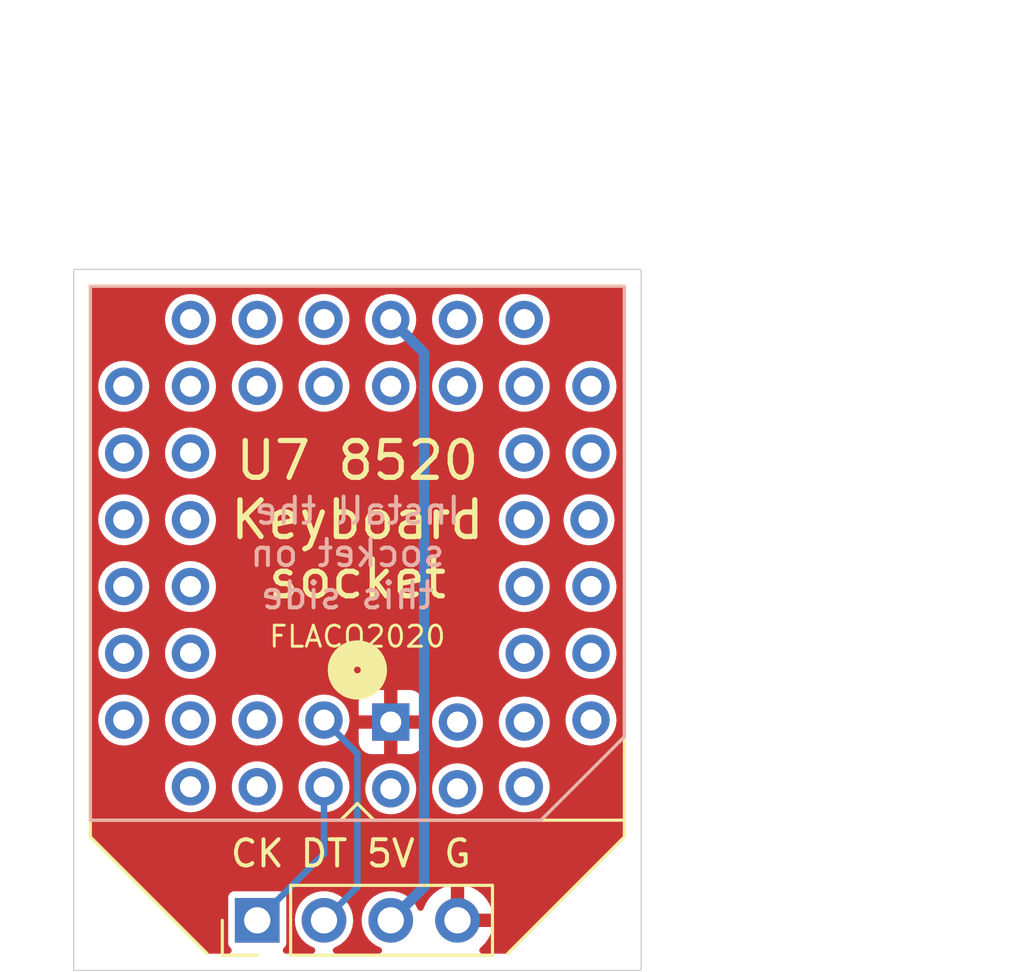
<source format=kicad_pcb>
(kicad_pcb (version 20211014) (generator pcbnew)
  (title_block (title "A600-1200KeyboardSocket") (company "FLACO 2020, licence of this PCB is CC-BY-NC-SA"))
  (layers (0 "F.Cu" signal) (31 "B.Cu" signal) (34 "B.Paste" user) (35 "F.Paste" user) (36 "B.SilkS" user "B.Silkscreen") (37 "F.SilkS" user "F.Silkscreen") (38 "B.Mask" user) (39 "F.Mask" user) (44 "Edge.Cuts" user))
  (net 0 "")
  (net 1 "GND")
  (net 2 "+5V")
  (net 3 "/KB_DATA")
  (net 4 "/KB_CLOCK")
  (footprint "Connector_PinHeader_2.54mm:PinHeader_1x04_P2.54mm_Vertical" (layer "F.Cu") (at 139.7 104.14 90)
    (fp_text reference "J1" hide)
    (fp_text value "KBD")
    (fp_line (start -1.33 1.27) (end 1.33 1.27) (layer "F.SilkS") (width 0.12))
    (fp_line (start -1.33 8.95) (end 1.33 8.95) (layer "F.SilkS") (width 0.12))
    (fp_line (start -1.33 -1.33) (end 0 -1.33) (layer "F.SilkS") (width 0.12))
    (fp_line (start -1.33 0) (end -1.33 -1.33) (layer "F.SilkS") (width 0.12))
    (fp_line (start -1.33 1.27) (end -1.33 8.95) (layer "F.SilkS") (width 0.12))
    (fp_line (start 1.33 1.27) (end 1.33 8.95) (layer "F.SilkS") (width 0.12))
    (pad "1" thru_hole rect (at 0 0 90) (size 1.7 1.7) (drill 1) (layers *.Cu *.Mask) (net 4 "/KB_CLOCK"))
    (pad "2" thru_hole oval (at 0 2.54 90) (size 1.7 1.7) (drill 1) (layers *.Cu *.Mask) (net 3 "/KB_DATA"))
    (pad "3" thru_hole oval (at 0 5.08 90) (size 1.7 1.7) (drill 1) (layers *.Cu *.Mask) (net 2 "+5V"))
    (pad "4" thru_hole oval (at 0 7.62 90) (size 1.7 1.7) (drill 1) (layers *.Cu *.Mask) (net 1 "GND"))
  )
  (footprint "Sassa:PLCC-44_THT-SocketOnTop" (layer "B.Cu") (at 149.86 88.9 90)
    (fp_text reference "J2" hide)
    (fp_text value "PLCC-44_Socket-on-top")
    (pad "1" thru_hole rect (at -7.6962 -5.08 90) (size 1.4224 1.4224) (drill 0.8) (layers *.Cu *.Mask) (net 1 "GND"))
    (pad "2" thru_hole circle (at -10.2362 -5.08 90) (size 1.4224 1.4224) (drill 0.8) (layers *.Cu *.Mask))
    (pad "3" thru_hole circle (at -7.6962 -2.54 90) (size 1.4224 1.4224) (drill 0.8) (layers *.Cu *.Mask))
    (pad "4" thru_hole circle (at -10.2362 -2.54 90) (size 1.4224 1.4224) (drill 0.8) (layers *.Cu *.Mask))
    (pad "5" thru_hole circle (at -7.6962 0 90) (size 1.4224 1.4224) (drill 0.8) (layers *.Cu *.Mask))
    (pad "6" thru_hole circle (at -10.16 0 90) (size 1.4224 1.4224) (drill 0.8) (layers *.Cu *.Mask))
    (pad "7" thru_hole circle (at -7.62 2.54 90) (size 1.4224 1.4224) (drill 0.8) (layers *.Cu *.Mask))
    (pad "8" thru_hole circle (at -5.08 0 90) (size 1.4224 1.4224) (drill 0.8) (layers *.Cu *.Mask))
    (pad "9" thru_hole circle (at -5.08 2.54 90) (size 1.4224 1.4224) (drill 0.8) (layers *.Cu *.Mask))
    (pad "10" thru_hole circle (at -2.54 0 90) (size 1.4224 1.4224) (drill 0.8) (layers *.Cu *.Mask))
    (pad "11" thru_hole circle (at -2.54 2.54 90) (size 1.4224 1.4224) (drill 0.8) (layers *.Cu *.Mask))
    (pad "12" thru_hole circle (at 0 0 90) (size 1.4224 1.4224) (drill 0.8) (layers *.Cu *.Mask))
    (pad "13" thru_hole circle (at 0 2.4638 90) (size 1.4224 1.4224) (drill 0.8) (layers *.Cu *.Mask))
    (pad "14" thru_hole circle (at 2.54 0 90) (size 1.4224 1.4224) (drill 0.8) (layers *.Cu *.Mask))
    (pad "15" thru_hole circle (at 2.54 2.54 90) (size 1.4224 1.4224) (drill 0.8) (layers *.Cu *.Mask))
    (pad "16" thru_hole circle (at 5.08 0 90) (size 1.4224 1.4224) (drill 0.8) (layers *.Cu *.Mask))
    (pad "17" thru_hole circle (at 5.08 2.54 90) (size 1.4224 1.4224) (drill 0.8) (layers *.Cu *.Mask))
    (pad "18" thru_hole circle (at 7.62 0 90) (size 1.4224 1.4224) (drill 0.8) (layers *.Cu *.Mask))
    (pad "19" thru_hole circle (at 5.08 -2.54 90) (size 1.4224 1.4224) (drill 0.8) (layers *.Cu *.Mask))
    (pad "20" thru_hole circle (at 7.62 -2.54 90) (size 1.4224 1.4224) (drill 0.8) (layers *.Cu *.Mask))
    (pad "21" thru_hole circle (at 5.08 -5.08 90) (size 1.4224 1.4224) (drill 0.8) (layers *.Cu *.Mask))
    (pad "22" thru_hole circle (at 7.62 -5.08 90) (size 1.4224 1.4224) (drill 0.8) (layers *.Cu *.Mask) (net 2 "+5V"))
    (pad "23" thru_hole circle (at 5.08 -7.62 90) (size 1.4224 1.4224) (drill 0.8) (layers *.Cu *.Mask))
    (pad "24" thru_hole circle (at 7.62 -7.62 90) (size 1.4224 1.4224) (drill 0.8) (layers *.Cu *.Mask))
    (pad "25" thru_hole circle (at 5.08 -10.16 90) (size 1.4224 1.4224) (drill 0.8) (layers *.Cu *.Mask))
    (pad "26" thru_hole circle (at 7.62 -10.16 90) (size 1.4224 1.4224) (drill 0.8) (layers *.Cu *.Mask))
    (pad "27" thru_hole circle (at 5.08 -12.7 90) (size 1.4224 1.4224) (drill 0.8) (layers *.Cu *.Mask))
    (pad "28" thru_hole circle (at 7.62 -12.7 90) (size 1.4224 1.4224) (drill 0.8) (layers *.Cu *.Mask))
    (pad "29" thru_hole circle (at 5.08 -15.24 90) (size 1.4224 1.4224) (drill 0.8) (layers *.Cu *.Mask))
    (pad "30" thru_hole circle (at 2.54 -12.7 90) (size 1.4224 1.4224) (drill 0.8) (layers *.Cu *.Mask))
    (pad "31" thru_hole circle (at 2.54 -15.24 90) (size 1.4224 1.4224) (drill 0.8) (layers *.Cu *.Mask))
    (pad "32" thru_hole circle (at 0 -12.7 90) (size 1.4224 1.4224) (drill 0.8) (layers *.Cu *.Mask))
    (pad "33" thru_hole circle (at 0 -15.24 90) (size 1.4224 1.4224) (drill 0.8) (layers *.Cu *.Mask))
    (pad "34" thru_hole circle (at -2.54 -12.7 90) (size 1.4224 1.4224) (drill 0.8) (layers *.Cu *.Mask))
    (pad "35" thru_hole circle (at -2.54 -15.24 90) (size 1.4224 1.4224) (drill 0.8) (layers *.Cu *.Mask))
    (pad "36" thru_hole circle (at -5.08 -12.7 90) (size 1.4224 1.4224) (drill 0.8) (layers *.Cu *.Mask))
    (pad "37" thru_hole circle (at -5.08 -15.24 90) (size 1.4224 1.4224) (drill 0.8) (layers *.Cu *.Mask))
    (pad "38" thru_hole circle (at -7.62 -12.7 90) (size 1.4224 1.4224) (drill 0.8) (layers *.Cu *.Mask))
    (pad "39" thru_hole circle (at -7.62 -15.24 90) (size 1.4224 1.4224) (drill 0.8) (layers *.Cu *.Mask))
    (pad "40" thru_hole circle (at -10.16 -12.7 90) (size 1.4224 1.4224) (drill 0.8) (layers *.Cu *.Mask))
    (pad "41" thru_hole circle (at -7.62 -10.16 90) (size 1.4224 1.4224) (drill 0.8) (layers *.Cu *.Mask))
    (pad "42" thru_hole circle (at -10.16 -10.16 90) (size 1.4224 1.4224) (drill 0.8) (layers *.Cu *.Mask))
    (pad "43" thru_hole circle (at -7.62 -7.62 90) (size 1.4224 1.4224) (drill 0.8) (layers *.Cu *.Mask) (net 3 "/KB_DATA"))
    (pad "44" thru_hole circle (at -10.16 -7.62 90) (size 1.4224 1.4224) (drill 0.8) (layers *.Cu *.Mask) (net 4 "/KB_CLOCK"))
  )
  (gr_line (start 133.35 100.33) (end 133.35 80.01) (layer "B.SilkS") (width 0.12))
  (gr_line (start 153.67 80.01) (end 153.67 97.155) (layer "B.SilkS") (width 0.12))
  (gr_line (start 150.495 100.33) (end 133.35 100.33) (layer "B.SilkS") (width 0.12))
  (gr_line (start 133.35 80.01) (end 153.67 80.01) (layer "B.SilkS") (width 0.12))
  (gr_line (start 153.67 97.155) (end 150.495 100.33) (layer "B.SilkS") (width 0.12))
  (gr_line (start 142.875 100.33) (end 143.51 99.695) (layer "F.SilkS") (width 0.12))
  (gr_circle (center 143.51 94.615) (end 143.637 94.615) (layer "F.SilkS") (width 1) (fill none))
  (gr_line (start 133.35 100.965) (end 137.795 105.41) (layer "F.SilkS") (width 0.12))
  (gr_line (start 143.51 99.695) (end 144.145 100.33) (layer "F.SilkS") (width 0.12))
  (gr_line (start 143.51 99.695) (end 142.875 100.33) (layer "F.SilkS") (width 0.12))
  (gr_line (start 153.67 100.965) (end 149.225 105.41) (layer "F.SilkS") (width 0.12))
  (gr_line (start 153.67 97.155) (end 150.495 100.33) (layer "F.SilkS") (width 0.12))
  (gr_line (start 153.67 80.01) (end 153.67 100.965) (layer "F.SilkS") (width 0.12))
  (gr_line (start 133.35 80.01) (end 133.35 100.965) (layer "F.SilkS") (width 0.12))
  (gr_line (start 133.35 80.01) (end 153.67 80.01) (layer "F.SilkS") (width 0.12))
  (gr_line (start 133.35 100.33) (end 153.67 100.33) (layer "F.SilkS") (width 0.12))
  (gr_line (start 132.715 106.045) (end 132.715 79.375) (layer "Edge.Cuts") (width 0.05))
  (gr_line (start 132.715 79.375) (end 154.305 79.375) (layer "Edge.Cuts") (width 0.05))
  (gr_line (start 154.305 106.045) (end 132.715 106.045) (layer "Edge.Cuts") (width 0.05))
  (gr_line (start 154.305 79.375) (end 154.305 106.045) (layer "Edge.Cuts") (width 0.05))
  (gr_text "Install the\n socket on\n this side" (at 143.51 90.17) (layer "B.SilkS") (effects (font (size 1 1)) (justify mirror)))
  (gr_text "G" (at 147.32 101.6) (layer "F.SilkS") (effects (font (size 1 1))))
  (gr_text "DT" (at 142.24 101.6) (layer "F.SilkS") (effects (font (size 1 1))))
  (gr_text "CK" (at 139.7 101.6) (layer "F.SilkS") (effects (font (size 1 1))))
  (gr_text "U7 8520\nKeyboard\nsocket" (at 143.51 88.9) (layer "F.SilkS") (effects (font (size 1.4 1.4) (thickness 0.2))))
  (gr_text "FLACO2020" (at 143.51 93.345) (layer "F.SilkS") (effects (font (size 0.8 0.8) (thickness 0.11))))
  (gr_text "5V" (at 144.78 101.6) (layer "F.SilkS") (effects (font (size 1 1))))
  (segment (start 144.78 81.28) (end 146.05 82.55) (width 0.4) (layer "B.Cu") (net 2))
  (segment (start 146.05 102.87) (end 144.78 104.14) (width 0.4) (layer "B.Cu") (net 2))
  (segment (start 146.05 82.55) (end 146.05 102.87) (width 0.4) (layer "B.Cu") (net 2))
  (segment (start 143.51 102.87) (end 142.24 104.14) (width 0.25) (layer "B.Cu") (net 3))
  (segment (start 143.51 97.79) (end 143.51 102.87) (width 0.25) (layer "B.Cu") (net 3))
  (segment (start 142.24 96.52) (end 143.51 97.79) (width 0.25) (layer "B.Cu") (net 3))
  (segment (start 142.24 101.6) (end 139.7 104.14) (width 0.25) (layer "B.Cu") (net 4))
  (segment (start 142.24 99.06) (end 142.24 101.6) (width 0.25) (layer "B.Cu") (net 4))
  (zone (net 1) (net_name "GND") (layer "F.Cu") (connect_pads (clearance 0.254)) (min_thickness 0.254) (fill yes (thermal_gap 0.508) (thermal_bridge_width 0.508))
    (polygon (pts (xy 153.67 100.965) (xy 149.225 105.41) (xy 137.795 105.41) (xy 133.35 100.965) (xy 133.35 80.01) (xy 153.67 80.01)))
  )
)
</source>
